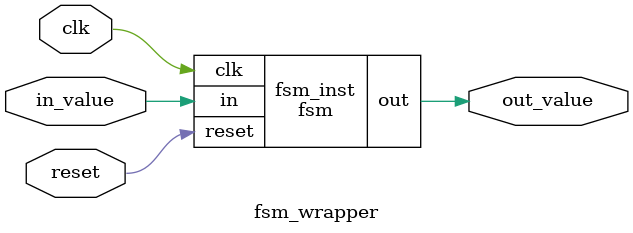
<source format=v>
module fsm (
    input wire clk,
    input wire reset,
    input wire in,
    output reg out
);
    reg [1:0] state;
    always @(posedge clk or posedge reset) begin
        if (reset)
            state <= 0;
        else
            case (state)
                0: state <= in ? 1 : 0;
                1: state <= in ? 2 : 0;
                2: state <= in ? 2 : 3;
                3: state <= in ? 1 : 0;
                default: state <= 0;
            endcase
    end
    assign out = (state == 3);
endmodule

// fsm_wrapper.v
module fsm_wrapper (
    input wire clk,
    input wire reset,
    input wire in_value,
    output wire out_value
);

    // Instantiate the FSM module
    fsm fsm_inst (
        .clk(clk),
        .reset(reset),
        .in(in_value),
        .out(out_value)
    );

    // Initial block for dumping waveform
    initial begin
        $dumpfile("fsm.vcd");
        $dumpvars(0, fsm_wrapper);
    end

endmodule



</source>
